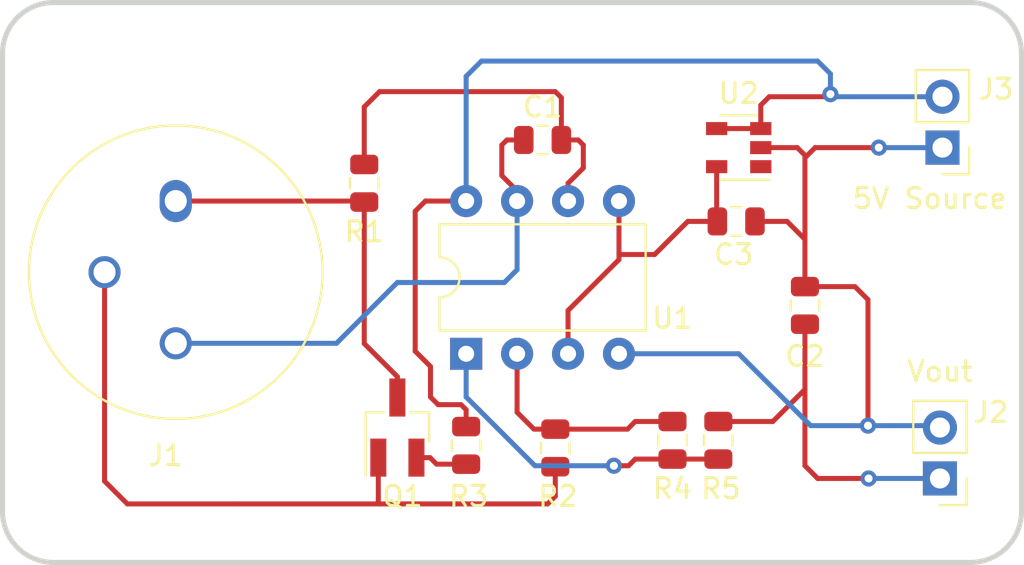
<source format=kicad_pcb>
(kicad_pcb (version 20171130) (host pcbnew 5.1.6-c6e7f7d~87~ubuntu18.04.1)

  (general
    (thickness 1.6)
    (drawings 11)
    (tracks 116)
    (zones 0)
    (modules 14)
    (nets 12)
  )

  (page A4)
  (layers
    (0 F.Cu signal)
    (31 B.Cu signal)
    (32 B.Adhes user)
    (33 F.Adhes user)
    (34 B.Paste user)
    (35 F.Paste user)
    (36 B.SilkS user)
    (37 F.SilkS user)
    (38 B.Mask user)
    (39 F.Mask user)
    (40 Dwgs.User user hide)
    (41 Cmts.User user hide)
    (42 Eco1.User user hide)
    (43 Eco2.User user hide)
    (44 Edge.Cuts user)
    (45 Margin user hide)
    (46 B.CrtYd user hide)
    (47 F.CrtYd user hide)
    (48 B.Fab user hide)
    (49 F.Fab user hide)
  )

  (setup
    (last_trace_width 0.25)
    (trace_clearance 0.2)
    (zone_clearance 0.508)
    (zone_45_only no)
    (trace_min 0.2)
    (via_size 0.8)
    (via_drill 0.4)
    (via_min_size 0.4)
    (via_min_drill 0.3)
    (uvia_size 0.3)
    (uvia_drill 0.1)
    (uvias_allowed no)
    (uvia_min_size 0.2)
    (uvia_min_drill 0.1)
    (edge_width 0.05)
    (segment_width 0.2)
    (pcb_text_width 0.3)
    (pcb_text_size 1.5 1.5)
    (mod_edge_width 0.12)
    (mod_text_size 1 1)
    (mod_text_width 0.15)
    (pad_size 1.524 1.524)
    (pad_drill 0.762)
    (pad_to_mask_clearance 0.05)
    (aux_axis_origin 0 0)
    (visible_elements FFFFFF7F)
    (pcbplotparams
      (layerselection 0x010fc_ffffffff)
      (usegerberextensions false)
      (usegerberattributes true)
      (usegerberadvancedattributes true)
      (creategerberjobfile true)
      (excludeedgelayer false)
      (linewidth 0.100000)
      (plotframeref false)
      (viasonmask false)
      (mode 1)
      (useauxorigin false)
      (hpglpennumber 1)
      (hpglpenspeed 20)
      (hpglpendiameter 15.000000)
      (psnegative false)
      (psa4output false)
      (plotreference true)
      (plotvalue true)
      (plotinvisibletext false)
      (padsonsilk false)
      (subtractmaskfromsilk false)
      (outputformat 1)
      (mirror false)
      (drillshape 0)
      (scaleselection 1)
      (outputdirectory "gerbers"))
  )

  (net 0 "")
  (net 1 "Net-(C1-Pad2)")
  (net 2 "Net-(C2-Pad1)")
  (net 3 5V)
  (net 4 GND)
  (net 5 "Net-(Q1-Pad2)")
  (net 6 "Net-(R2-Pad1)")
  (net 7 "Net-(R4-Pad1)")
  (net 8 Vref)
  (net 9 /counter)
  (net 10 /sense)
  (net 11 /ref)

  (net_class Default "This is the default net class."
    (clearance 0.2)
    (trace_width 0.25)
    (via_dia 0.8)
    (via_drill 0.4)
    (uvia_dia 0.3)
    (uvia_drill 0.1)
    (add_net /counter)
    (add_net /ref)
    (add_net /sense)
    (add_net 5V)
    (add_net GND)
    (add_net "Net-(C1-Pad2)")
    (add_net "Net-(C2-Pad1)")
    (add_net "Net-(Q1-Pad2)")
    (add_net "Net-(R2-Pad1)")
    (add_net "Net-(R4-Pad1)")
    (add_net Vref)
  )

  (module Connector_PinHeader_2.54mm:PinHeader_1x02_P2.54mm_Vertical (layer F.Cu) (tedit 59FED5CC) (tstamp 5FC122AB)
    (at 199.263 70.739 180)
    (descr "Through hole straight pin header, 1x02, 2.54mm pitch, single row")
    (tags "Through hole pin header THT 1x02 2.54mm single row")
    (path /5FC5ACFD)
    (fp_text reference J3 (at -2.667 2.921) (layer F.SilkS)
      (effects (font (size 1 1) (thickness 0.15)))
    )
    (fp_text value power (at 0 4.87) (layer F.Fab)
      (effects (font (size 1 1) (thickness 0.15)))
    )
    (fp_line (start 1.8 -1.8) (end -1.8 -1.8) (layer F.CrtYd) (width 0.05))
    (fp_line (start 1.8 4.35) (end 1.8 -1.8) (layer F.CrtYd) (width 0.05))
    (fp_line (start -1.8 4.35) (end 1.8 4.35) (layer F.CrtYd) (width 0.05))
    (fp_line (start -1.8 -1.8) (end -1.8 4.35) (layer F.CrtYd) (width 0.05))
    (fp_line (start -1.33 -1.33) (end 0 -1.33) (layer F.SilkS) (width 0.12))
    (fp_line (start -1.33 0) (end -1.33 -1.33) (layer F.SilkS) (width 0.12))
    (fp_line (start -1.33 1.27) (end 1.33 1.27) (layer F.SilkS) (width 0.12))
    (fp_line (start 1.33 1.27) (end 1.33 3.87) (layer F.SilkS) (width 0.12))
    (fp_line (start -1.33 1.27) (end -1.33 3.87) (layer F.SilkS) (width 0.12))
    (fp_line (start -1.33 3.87) (end 1.33 3.87) (layer F.SilkS) (width 0.12))
    (fp_line (start -1.27 -0.635) (end -0.635 -1.27) (layer F.Fab) (width 0.1))
    (fp_line (start -1.27 3.81) (end -1.27 -0.635) (layer F.Fab) (width 0.1))
    (fp_line (start 1.27 3.81) (end -1.27 3.81) (layer F.Fab) (width 0.1))
    (fp_line (start 1.27 -1.27) (end 1.27 3.81) (layer F.Fab) (width 0.1))
    (fp_line (start -0.635 -1.27) (end 1.27 -1.27) (layer F.Fab) (width 0.1))
    (fp_text user %R (at 0 1.27 90) (layer F.Fab)
      (effects (font (size 1 1) (thickness 0.15)))
    )
    (pad 2 thru_hole oval (at 0 2.54 180) (size 1.7 1.7) (drill 1) (layers *.Cu *.Mask)
      (net 3 5V))
    (pad 1 thru_hole rect (at 0 0 180) (size 1.7 1.7) (drill 1) (layers *.Cu *.Mask)
      (net 4 GND))
    (model ${KISYS3DMOD}/Connector_PinHeader_2.54mm.3dshapes/PinHeader_1x02_P2.54mm_Vertical.wrl
      (at (xyz 0 0 0))
      (scale (xyz 1 1 1))
      (rotate (xyz 0 0 0))
    )
  )

  (module Connector_PinHeader_2.54mm:PinHeader_1x02_P2.54mm_Vertical (layer F.Cu) (tedit 59FED5CC) (tstamp 5FC1227C)
    (at 199.136 87.249 180)
    (descr "Through hole straight pin header, 1x02, 2.54mm pitch, single row")
    (tags "Through hole pin header THT 1x02 2.54mm single row")
    (path /5FC33F19)
    (fp_text reference J2 (at -2.54 3.302) (layer F.SilkS)
      (effects (font (size 1 1) (thickness 0.15)))
    )
    (fp_text value vout (at 0 4.87) (layer F.Fab)
      (effects (font (size 1 1) (thickness 0.15)))
    )
    (fp_line (start 1.8 -1.8) (end -1.8 -1.8) (layer F.CrtYd) (width 0.05))
    (fp_line (start 1.8 4.35) (end 1.8 -1.8) (layer F.CrtYd) (width 0.05))
    (fp_line (start -1.8 4.35) (end 1.8 4.35) (layer F.CrtYd) (width 0.05))
    (fp_line (start -1.8 -1.8) (end -1.8 4.35) (layer F.CrtYd) (width 0.05))
    (fp_line (start -1.33 -1.33) (end 0 -1.33) (layer F.SilkS) (width 0.12))
    (fp_line (start -1.33 0) (end -1.33 -1.33) (layer F.SilkS) (width 0.12))
    (fp_line (start -1.33 1.27) (end 1.33 1.27) (layer F.SilkS) (width 0.12))
    (fp_line (start 1.33 1.27) (end 1.33 3.87) (layer F.SilkS) (width 0.12))
    (fp_line (start -1.33 1.27) (end -1.33 3.87) (layer F.SilkS) (width 0.12))
    (fp_line (start -1.33 3.87) (end 1.33 3.87) (layer F.SilkS) (width 0.12))
    (fp_line (start -1.27 -0.635) (end -0.635 -1.27) (layer F.Fab) (width 0.1))
    (fp_line (start -1.27 3.81) (end -1.27 -0.635) (layer F.Fab) (width 0.1))
    (fp_line (start 1.27 3.81) (end -1.27 3.81) (layer F.Fab) (width 0.1))
    (fp_line (start 1.27 -1.27) (end 1.27 3.81) (layer F.Fab) (width 0.1))
    (fp_line (start -0.635 -1.27) (end 1.27 -1.27) (layer F.Fab) (width 0.1))
    (fp_text user %R (at 0 1.27 90) (layer F.Fab)
      (effects (font (size 1 1) (thickness 0.15)))
    )
    (pad 2 thru_hole oval (at 0 2.54 180) (size 1.7 1.7) (drill 1) (layers *.Cu *.Mask)
      (net 4 GND))
    (pad 1 thru_hole rect (at 0 0 180) (size 1.7 1.7) (drill 1) (layers *.Cu *.Mask)
      (net 2 "Net-(C2-Pad1)"))
    (model ${KISYS3DMOD}/Connector_PinHeader_2.54mm.3dshapes/PinHeader_1x02_P2.54mm_Vertical.wrl
      (at (xyz 0 0 0))
      (scale (xyz 1 1 1))
      (rotate (xyz 0 0 0))
    )
  )

  (module Package_TO_SOT_THT:TO-8-3_Window (layer F.Cu) (tedit 5A02FF81) (tstamp 5FC1224D)
    (at 161.036 73.406 270)
    (descr "TO-8-3_Window, Window")
    (tags "TO-8-3_Window Window")
    (path /5FC29678)
    (fp_text reference J1 (at 12.7 0.508 180) (layer F.SilkS)
      (effects (font (size 1 1) (thickness 0.15)))
    )
    (fp_text value GS+4NO2 (at 3.55 8.32 90) (layer F.Fab)
      (effects (font (size 1 1) (thickness 0.15)))
    )
    (fp_circle (center 3.55 -0.01) (end 11 -0.01) (layer F.CrtYd) (width 0.05))
    (fp_circle (center 3.55 0) (end 10.87 0) (layer F.SilkS) (width 0.12))
    (fp_circle (center 3.55 0) (end 9.011 0) (layer F.Fab) (width 0.1))
    (fp_circle (center 3.55 0) (end 10.75 0) (layer F.Fab) (width 0.1))
    (fp_circle (center 3.55 0) (end 10.15 0) (layer F.Fab) (width 0.1))
    (fp_line (start -1.307 2.498) (end 1.052 4.857) (layer F.Fab) (width 0.1))
    (fp_line (start -1.686 1.553) (end 1.997 5.236) (layer F.Fab) (width 0.1))
    (fp_line (start -1.849 0.825) (end 2.725 5.399) (layer F.Fab) (width 0.1))
    (fp_line (start -1.908 0.2) (end 3.35 5.458) (layer F.Fab) (width 0.1))
    (fp_line (start -1.9 -0.359) (end 3.909 5.45) (layer F.Fab) (width 0.1))
    (fp_line (start -1.842 -0.867) (end 4.417 5.392) (layer F.Fab) (width 0.1))
    (fp_line (start -1.746 -1.336) (end 4.886 5.296) (layer F.Fab) (width 0.1))
    (fp_line (start -1.616 -1.772) (end 5.322 5.166) (layer F.Fab) (width 0.1))
    (fp_line (start -1.458 -2.18) (end 5.73 5.008) (layer F.Fab) (width 0.1))
    (fp_line (start -1.274 -2.561) (end 6.111 4.824) (layer F.Fab) (width 0.1))
    (fp_line (start -1.066 -2.919) (end 6.469 4.616) (layer F.Fab) (width 0.1))
    (fp_line (start -0.836 -3.255) (end 6.805 4.386) (layer F.Fab) (width 0.1))
    (fp_line (start -0.584 -3.569) (end 7.119 4.134) (layer F.Fab) (width 0.1))
    (fp_line (start -0.312 -3.862) (end 7.412 3.862) (layer F.Fab) (width 0.1))
    (fp_line (start -0.019 -4.134) (end 7.684 3.569) (layer F.Fab) (width 0.1))
    (fp_line (start 0.295 -4.386) (end 7.936 3.255) (layer F.Fab) (width 0.1))
    (fp_line (start 0.631 -4.616) (end 8.166 2.919) (layer F.Fab) (width 0.1))
    (fp_line (start 0.989 -4.824) (end 8.374 2.561) (layer F.Fab) (width 0.1))
    (fp_line (start 1.37 -5.008) (end 8.558 2.18) (layer F.Fab) (width 0.1))
    (fp_line (start 1.778 -5.166) (end 8.716 1.772) (layer F.Fab) (width 0.1))
    (fp_line (start 2.214 -5.296) (end 8.846 1.336) (layer F.Fab) (width 0.1))
    (fp_line (start 2.683 -5.392) (end 8.942 0.867) (layer F.Fab) (width 0.1))
    (fp_line (start 3.191 -5.45) (end 9 0.359) (layer F.Fab) (width 0.1))
    (fp_line (start 3.75 -5.458) (end 9.008 -0.2) (layer F.Fab) (width 0.1))
    (fp_line (start 4.375 -5.399) (end 8.949 -0.825) (layer F.Fab) (width 0.1))
    (fp_line (start 5.103 -5.236) (end 8.786 -1.553) (layer F.Fab) (width 0.1))
    (fp_line (start 6.048 -4.857) (end 8.407 -2.498) (layer F.Fab) (width 0.1))
    (fp_text user %R (at 3.55 -8.32 90) (layer F.Fab)
      (effects (font (size 1 1) (thickness 0.15)))
    )
    (pad 3 thru_hole oval (at 7.1 0 270) (size 1.6 1.6) (drill 1.1) (layers *.Cu *.Mask)
      (net 9 /counter))
    (pad 2 thru_hole oval (at 3.55 3.55 270) (size 1.6 1.6) (drill 1.1) (layers *.Cu *.Mask)
      (net 10 /sense))
    (pad 1 thru_hole oval (at 0 0 270) (size 2.1 1.6) (drill 1.1) (layers *.Cu *.Mask)
      (net 11 /ref))
    (model ${KISYS3DMOD}/Package_TO_SOT_THT.3dshapes/TO-8-3_Window.wrl
      (at (xyz 0 0 0))
      (scale (xyz 1 1 1))
      (rotate (xyz 0 0 0))
    )
  )

  (module Package_TO_SOT_SMD:SOT-23-5 (layer F.Cu) (tedit 5A02FF57) (tstamp 5FC143D3)
    (at 189.103 70.739 180)
    (descr "5-pin SOT23 package")
    (tags SOT-23-5)
    (path /5FC80B7E)
    (attr smd)
    (fp_text reference U2 (at 0 2.706) (layer F.SilkS)
      (effects (font (size 1 1) (thickness 0.15)))
    )
    (fp_text value LM4120-AIM5-3.3/NOPB (at 0 2.9) (layer F.Fab)
      (effects (font (size 1 1) (thickness 0.15)))
    )
    (fp_line (start 0.9 -1.55) (end 0.9 1.55) (layer F.Fab) (width 0.1))
    (fp_line (start 0.9 1.55) (end -0.9 1.55) (layer F.Fab) (width 0.1))
    (fp_line (start -0.9 -0.9) (end -0.9 1.55) (layer F.Fab) (width 0.1))
    (fp_line (start 0.9 -1.55) (end -0.25 -1.55) (layer F.Fab) (width 0.1))
    (fp_line (start -0.9 -0.9) (end -0.25 -1.55) (layer F.Fab) (width 0.1))
    (fp_line (start -1.9 1.8) (end -1.9 -1.8) (layer F.CrtYd) (width 0.05))
    (fp_line (start 1.9 1.8) (end -1.9 1.8) (layer F.CrtYd) (width 0.05))
    (fp_line (start 1.9 -1.8) (end 1.9 1.8) (layer F.CrtYd) (width 0.05))
    (fp_line (start -1.9 -1.8) (end 1.9 -1.8) (layer F.CrtYd) (width 0.05))
    (fp_line (start 0.9 -1.61) (end -1.55 -1.61) (layer F.SilkS) (width 0.12))
    (fp_line (start -0.9 1.61) (end 0.9 1.61) (layer F.SilkS) (width 0.12))
    (fp_text user %R (at 0 0 90) (layer F.Fab)
      (effects (font (size 0.5 0.5) (thickness 0.075)))
    )
    (pad 5 smd rect (at 1.1 -0.95 180) (size 1.06 0.65) (layers F.Cu F.Paste F.Mask)
      (net 8 Vref))
    (pad 4 smd rect (at 1.1 0.95 180) (size 1.06 0.65) (layers F.Cu F.Paste F.Mask)
      (net 3 5V))
    (pad 3 smd rect (at -1.1 0.95 180) (size 1.06 0.65) (layers F.Cu F.Paste F.Mask)
      (net 3 5V))
    (pad 2 smd rect (at -1.1 0 180) (size 1.06 0.65) (layers F.Cu F.Paste F.Mask)
      (net 4 GND))
    (pad 1 smd rect (at -1.1 -0.95 180) (size 1.06 0.65) (layers F.Cu F.Paste F.Mask))
    (model ${KISYS3DMOD}/Package_TO_SOT_SMD.3dshapes/SOT-23-5.wrl
      (at (xyz 0 0 0))
      (scale (xyz 1 1 1))
      (rotate (xyz 0 0 0))
    )
  )

  (module Capacitor_SMD:C_0805_2012Metric (layer F.Cu) (tedit 5B36C52B) (tstamp 5FC141BA)
    (at 188.976 74.422)
    (descr "Capacitor SMD 0805 (2012 Metric), square (rectangular) end terminal, IPC_7351 nominal, (Body size source: https://docs.google.com/spreadsheets/d/1BsfQQcO9C6DZCsRaXUlFlo91Tg2WpOkGARC1WS5S8t0/edit?usp=sharing), generated with kicad-footprint-generator")
    (tags capacitor)
    (path /5FC83255)
    (attr smd)
    (fp_text reference C3 (at -0.127 1.651) (layer F.SilkS)
      (effects (font (size 1 1) (thickness 0.15)))
    )
    (fp_text value 0.022uF (at 0 1.65) (layer F.Fab)
      (effects (font (size 1 1) (thickness 0.15)))
    )
    (fp_line (start 1.68 0.95) (end -1.68 0.95) (layer F.CrtYd) (width 0.05))
    (fp_line (start 1.68 -0.95) (end 1.68 0.95) (layer F.CrtYd) (width 0.05))
    (fp_line (start -1.68 -0.95) (end 1.68 -0.95) (layer F.CrtYd) (width 0.05))
    (fp_line (start -1.68 0.95) (end -1.68 -0.95) (layer F.CrtYd) (width 0.05))
    (fp_line (start -0.258578 0.71) (end 0.258578 0.71) (layer F.SilkS) (width 0.12))
    (fp_line (start -0.258578 -0.71) (end 0.258578 -0.71) (layer F.SilkS) (width 0.12))
    (fp_line (start 1 0.6) (end -1 0.6) (layer F.Fab) (width 0.1))
    (fp_line (start 1 -0.6) (end 1 0.6) (layer F.Fab) (width 0.1))
    (fp_line (start -1 -0.6) (end 1 -0.6) (layer F.Fab) (width 0.1))
    (fp_line (start -1 0.6) (end -1 -0.6) (layer F.Fab) (width 0.1))
    (fp_text user %R (at 0 0) (layer F.Fab)
      (effects (font (size 0.5 0.5) (thickness 0.08)))
    )
    (pad 2 smd roundrect (at 0.9375 0) (size 0.975 1.4) (layers F.Cu F.Paste F.Mask) (roundrect_rratio 0.25)
      (net 4 GND))
    (pad 1 smd roundrect (at -0.9375 0) (size 0.975 1.4) (layers F.Cu F.Paste F.Mask) (roundrect_rratio 0.25)
      (net 8 Vref))
    (model ${KISYS3DMOD}/Capacitor_SMD.3dshapes/C_0805_2012Metric.wrl
      (at (xyz 0 0 0))
      (scale (xyz 1 1 1))
      (rotate (xyz 0 0 0))
    )
  )

  (module Package_DIP:DIP-8_W7.62mm (layer F.Cu) (tedit 5A02E8C5) (tstamp 5FC12331)
    (at 175.514 81.026 90)
    (descr "8-lead though-hole mounted DIP package, row spacing 7.62 mm (300 mils)")
    (tags "THT DIP DIL PDIP 2.54mm 7.62mm 300mil")
    (path /5FC0F41A)
    (fp_text reference U1 (at 1.778 10.287 180) (layer F.SilkS)
      (effects (font (size 1 1) (thickness 0.15)))
    )
    (fp_text value TLC2252AIP (at 3.81 9.95 90) (layer F.Fab)
      (effects (font (size 1 1) (thickness 0.15)))
    )
    (fp_line (start 8.7 -1.55) (end -1.1 -1.55) (layer F.CrtYd) (width 0.05))
    (fp_line (start 8.7 9.15) (end 8.7 -1.55) (layer F.CrtYd) (width 0.05))
    (fp_line (start -1.1 9.15) (end 8.7 9.15) (layer F.CrtYd) (width 0.05))
    (fp_line (start -1.1 -1.55) (end -1.1 9.15) (layer F.CrtYd) (width 0.05))
    (fp_line (start 6.46 -1.33) (end 4.81 -1.33) (layer F.SilkS) (width 0.12))
    (fp_line (start 6.46 8.95) (end 6.46 -1.33) (layer F.SilkS) (width 0.12))
    (fp_line (start 1.16 8.95) (end 6.46 8.95) (layer F.SilkS) (width 0.12))
    (fp_line (start 1.16 -1.33) (end 1.16 8.95) (layer F.SilkS) (width 0.12))
    (fp_line (start 2.81 -1.33) (end 1.16 -1.33) (layer F.SilkS) (width 0.12))
    (fp_line (start 0.635 -0.27) (end 1.635 -1.27) (layer F.Fab) (width 0.1))
    (fp_line (start 0.635 8.89) (end 0.635 -0.27) (layer F.Fab) (width 0.1))
    (fp_line (start 6.985 8.89) (end 0.635 8.89) (layer F.Fab) (width 0.1))
    (fp_line (start 6.985 -1.27) (end 6.985 8.89) (layer F.Fab) (width 0.1))
    (fp_line (start 1.635 -1.27) (end 6.985 -1.27) (layer F.Fab) (width 0.1))
    (fp_text user %R (at 3.81 3.81 90) (layer F.Fab)
      (effects (font (size 1 1) (thickness 0.15)))
    )
    (fp_arc (start 3.81 -1.33) (end 2.81 -1.33) (angle -180) (layer F.SilkS) (width 0.12))
    (pad 8 thru_hole oval (at 7.62 0 90) (size 1.6 1.6) (drill 0.8) (layers *.Cu *.Mask)
      (net 3 5V))
    (pad 4 thru_hole oval (at 0 7.62 90) (size 1.6 1.6) (drill 0.8) (layers *.Cu *.Mask)
      (net 4 GND))
    (pad 7 thru_hole oval (at 7.62 2.54 90) (size 1.6 1.6) (drill 0.8) (layers *.Cu *.Mask)
      (net 9 /counter))
    (pad 3 thru_hole oval (at 0 5.08 90) (size 1.6 1.6) (drill 0.8) (layers *.Cu *.Mask)
      (net 8 Vref))
    (pad 6 thru_hole oval (at 7.62 5.08 90) (size 1.6 1.6) (drill 0.8) (layers *.Cu *.Mask)
      (net 1 "Net-(C1-Pad2)"))
    (pad 2 thru_hole oval (at 0 2.54 90) (size 1.6 1.6) (drill 0.8) (layers *.Cu *.Mask)
      (net 6 "Net-(R2-Pad1)"))
    (pad 5 thru_hole oval (at 7.62 7.62 90) (size 1.6 1.6) (drill 0.8) (layers *.Cu *.Mask)
      (net 8 Vref))
    (pad 1 thru_hole rect (at 0 0 90) (size 1.6 1.6) (drill 0.8) (layers *.Cu *.Mask)
      (net 7 "Net-(R4-Pad1)"))
    (model ${KISYS3DMOD}/Package_DIP.3dshapes/DIP-8_W7.62mm.wrl
      (at (xyz 0 0 0))
      (scale (xyz 1 1 1))
      (rotate (xyz 0 0 0))
    )
  )

  (module Resistor_SMD:R_0805_2012Metric (layer F.Cu) (tedit 5B36C52B) (tstamp 5FC12315)
    (at 188.087 85.344 270)
    (descr "Resistor SMD 0805 (2012 Metric), square (rectangular) end terminal, IPC_7351 nominal, (Body size source: https://docs.google.com/spreadsheets/d/1BsfQQcO9C6DZCsRaXUlFlo91Tg2WpOkGARC1WS5S8t0/edit?usp=sharing), generated with kicad-footprint-generator")
    (tags resistor)
    (path /5FC31F6D)
    (attr smd)
    (fp_text reference R5 (at 2.413 -0.127 180) (layer F.SilkS)
      (effects (font (size 1 1) (thickness 0.15)))
    )
    (fp_text value 50K (at 0 1.65 90) (layer F.Fab)
      (effects (font (size 1 1) (thickness 0.15)))
    )
    (fp_line (start 1.68 0.95) (end -1.68 0.95) (layer F.CrtYd) (width 0.05))
    (fp_line (start 1.68 -0.95) (end 1.68 0.95) (layer F.CrtYd) (width 0.05))
    (fp_line (start -1.68 -0.95) (end 1.68 -0.95) (layer F.CrtYd) (width 0.05))
    (fp_line (start -1.68 0.95) (end -1.68 -0.95) (layer F.CrtYd) (width 0.05))
    (fp_line (start -0.258578 0.71) (end 0.258578 0.71) (layer F.SilkS) (width 0.12))
    (fp_line (start -0.258578 -0.71) (end 0.258578 -0.71) (layer F.SilkS) (width 0.12))
    (fp_line (start 1 0.6) (end -1 0.6) (layer F.Fab) (width 0.1))
    (fp_line (start 1 -0.6) (end 1 0.6) (layer F.Fab) (width 0.1))
    (fp_line (start -1 -0.6) (end 1 -0.6) (layer F.Fab) (width 0.1))
    (fp_line (start -1 0.6) (end -1 -0.6) (layer F.Fab) (width 0.1))
    (fp_text user %R (at 0 0 90) (layer F.Fab)
      (effects (font (size 0.5 0.5) (thickness 0.08)))
    )
    (pad 2 smd roundrect (at 0.9375 0 270) (size 0.975 1.4) (layers F.Cu F.Paste F.Mask) (roundrect_rratio 0.25)
      (net 7 "Net-(R4-Pad1)"))
    (pad 1 smd roundrect (at -0.9375 0 270) (size 0.975 1.4) (layers F.Cu F.Paste F.Mask) (roundrect_rratio 0.25)
      (net 2 "Net-(C2-Pad1)"))
    (model ${KISYS3DMOD}/Resistor_SMD.3dshapes/R_0805_2012Metric.wrl
      (at (xyz 0 0 0))
      (scale (xyz 1 1 1))
      (rotate (xyz 0 0 0))
    )
  )

  (module Resistor_SMD:R_0805_2012Metric (layer F.Cu) (tedit 5B36C52B) (tstamp 5FC12304)
    (at 185.801 85.344 90)
    (descr "Resistor SMD 0805 (2012 Metric), square (rectangular) end terminal, IPC_7351 nominal, (Body size source: https://docs.google.com/spreadsheets/d/1BsfQQcO9C6DZCsRaXUlFlo91Tg2WpOkGARC1WS5S8t0/edit?usp=sharing), generated with kicad-footprint-generator")
    (tags resistor)
    (path /5FC32340)
    (attr smd)
    (fp_text reference R4 (at -2.413 0 180) (layer F.SilkS)
      (effects (font (size 1 1) (thickness 0.15)))
    )
    (fp_text value 12K (at 0 1.65 90) (layer F.Fab)
      (effects (font (size 1 1) (thickness 0.15)))
    )
    (fp_line (start 1.68 0.95) (end -1.68 0.95) (layer F.CrtYd) (width 0.05))
    (fp_line (start 1.68 -0.95) (end 1.68 0.95) (layer F.CrtYd) (width 0.05))
    (fp_line (start -1.68 -0.95) (end 1.68 -0.95) (layer F.CrtYd) (width 0.05))
    (fp_line (start -1.68 0.95) (end -1.68 -0.95) (layer F.CrtYd) (width 0.05))
    (fp_line (start -0.258578 0.71) (end 0.258578 0.71) (layer F.SilkS) (width 0.12))
    (fp_line (start -0.258578 -0.71) (end 0.258578 -0.71) (layer F.SilkS) (width 0.12))
    (fp_line (start 1 0.6) (end -1 0.6) (layer F.Fab) (width 0.1))
    (fp_line (start 1 -0.6) (end 1 0.6) (layer F.Fab) (width 0.1))
    (fp_line (start -1 -0.6) (end 1 -0.6) (layer F.Fab) (width 0.1))
    (fp_line (start -1 0.6) (end -1 -0.6) (layer F.Fab) (width 0.1))
    (fp_text user %R (at 0 0 90) (layer F.Fab)
      (effects (font (size 0.5 0.5) (thickness 0.08)))
    )
    (pad 2 smd roundrect (at 0.9375 0 90) (size 0.975 1.4) (layers F.Cu F.Paste F.Mask) (roundrect_rratio 0.25)
      (net 6 "Net-(R2-Pad1)"))
    (pad 1 smd roundrect (at -0.9375 0 90) (size 0.975 1.4) (layers F.Cu F.Paste F.Mask) (roundrect_rratio 0.25)
      (net 7 "Net-(R4-Pad1)"))
    (model ${KISYS3DMOD}/Resistor_SMD.3dshapes/R_0805_2012Metric.wrl
      (at (xyz 0 0 0))
      (scale (xyz 1 1 1))
      (rotate (xyz 0 0 0))
    )
  )

  (module Resistor_SMD:R_0805_2012Metric (layer F.Cu) (tedit 5B36C52B) (tstamp 5FC122F3)
    (at 175.514 85.598 270)
    (descr "Resistor SMD 0805 (2012 Metric), square (rectangular) end terminal, IPC_7351 nominal, (Body size source: https://docs.google.com/spreadsheets/d/1BsfQQcO9C6DZCsRaXUlFlo91Tg2WpOkGARC1WS5S8t0/edit?usp=sharing), generated with kicad-footprint-generator")
    (tags resistor)
    (path /5FC30163)
    (attr smd)
    (fp_text reference R3 (at 2.54 -0.127 180) (layer F.SilkS)
      (effects (font (size 1 1) (thickness 0.15)))
    )
    (fp_text value 1M (at 0 1.65 90) (layer F.Fab)
      (effects (font (size 1 1) (thickness 0.15)))
    )
    (fp_line (start 1.68 0.95) (end -1.68 0.95) (layer F.CrtYd) (width 0.05))
    (fp_line (start 1.68 -0.95) (end 1.68 0.95) (layer F.CrtYd) (width 0.05))
    (fp_line (start -1.68 -0.95) (end 1.68 -0.95) (layer F.CrtYd) (width 0.05))
    (fp_line (start -1.68 0.95) (end -1.68 -0.95) (layer F.CrtYd) (width 0.05))
    (fp_line (start -0.258578 0.71) (end 0.258578 0.71) (layer F.SilkS) (width 0.12))
    (fp_line (start -0.258578 -0.71) (end 0.258578 -0.71) (layer F.SilkS) (width 0.12))
    (fp_line (start 1 0.6) (end -1 0.6) (layer F.Fab) (width 0.1))
    (fp_line (start 1 -0.6) (end 1 0.6) (layer F.Fab) (width 0.1))
    (fp_line (start -1 -0.6) (end 1 -0.6) (layer F.Fab) (width 0.1))
    (fp_line (start -1 0.6) (end -1 -0.6) (layer F.Fab) (width 0.1))
    (fp_text user %R (at 0 0 90) (layer F.Fab)
      (effects (font (size 0.5 0.5) (thickness 0.08)))
    )
    (pad 2 smd roundrect (at 0.9375 0 270) (size 0.975 1.4) (layers F.Cu F.Paste F.Mask) (roundrect_rratio 0.25)
      (net 5 "Net-(Q1-Pad2)"))
    (pad 1 smd roundrect (at -0.9375 0 270) (size 0.975 1.4) (layers F.Cu F.Paste F.Mask) (roundrect_rratio 0.25)
      (net 3 5V))
    (model ${KISYS3DMOD}/Resistor_SMD.3dshapes/R_0805_2012Metric.wrl
      (at (xyz 0 0 0))
      (scale (xyz 1 1 1))
      (rotate (xyz 0 0 0))
    )
  )

  (module Resistor_SMD:R_0805_2012Metric (layer F.Cu) (tedit 5B36C52B) (tstamp 5FC122E2)
    (at 179.959 85.725 270)
    (descr "Resistor SMD 0805 (2012 Metric), square (rectangular) end terminal, IPC_7351 nominal, (Body size source: https://docs.google.com/spreadsheets/d/1BsfQQcO9C6DZCsRaXUlFlo91Tg2WpOkGARC1WS5S8t0/edit?usp=sharing), generated with kicad-footprint-generator")
    (tags resistor)
    (path /5FC31B6D)
    (attr smd)
    (fp_text reference R2 (at 2.413 -0.127 180) (layer F.SilkS)
      (effects (font (size 1 1) (thickness 0.15)))
    )
    (fp_text value 20 (at 0 1.65 90) (layer F.Fab)
      (effects (font (size 1 1) (thickness 0.15)))
    )
    (fp_line (start 1.68 0.95) (end -1.68 0.95) (layer F.CrtYd) (width 0.05))
    (fp_line (start 1.68 -0.95) (end 1.68 0.95) (layer F.CrtYd) (width 0.05))
    (fp_line (start -1.68 -0.95) (end 1.68 -0.95) (layer F.CrtYd) (width 0.05))
    (fp_line (start -1.68 0.95) (end -1.68 -0.95) (layer F.CrtYd) (width 0.05))
    (fp_line (start -0.258578 0.71) (end 0.258578 0.71) (layer F.SilkS) (width 0.12))
    (fp_line (start -0.258578 -0.71) (end 0.258578 -0.71) (layer F.SilkS) (width 0.12))
    (fp_line (start 1 0.6) (end -1 0.6) (layer F.Fab) (width 0.1))
    (fp_line (start 1 -0.6) (end 1 0.6) (layer F.Fab) (width 0.1))
    (fp_line (start -1 -0.6) (end 1 -0.6) (layer F.Fab) (width 0.1))
    (fp_line (start -1 0.6) (end -1 -0.6) (layer F.Fab) (width 0.1))
    (fp_text user %R (at 0 0 90) (layer F.Fab)
      (effects (font (size 0.5 0.5) (thickness 0.08)))
    )
    (pad 2 smd roundrect (at 0.9375 0 270) (size 0.975 1.4) (layers F.Cu F.Paste F.Mask) (roundrect_rratio 0.25)
      (net 10 /sense))
    (pad 1 smd roundrect (at -0.9375 0 270) (size 0.975 1.4) (layers F.Cu F.Paste F.Mask) (roundrect_rratio 0.25)
      (net 6 "Net-(R2-Pad1)"))
    (model ${KISYS3DMOD}/Resistor_SMD.3dshapes/R_0805_2012Metric.wrl
      (at (xyz 0 0 0))
      (scale (xyz 1 1 1))
      (rotate (xyz 0 0 0))
    )
  )

  (module Resistor_SMD:R_0805_2012Metric (layer F.Cu) (tedit 5B36C52B) (tstamp 5FC122D1)
    (at 170.434 72.517 270)
    (descr "Resistor SMD 0805 (2012 Metric), square (rectangular) end terminal, IPC_7351 nominal, (Body size source: https://docs.google.com/spreadsheets/d/1BsfQQcO9C6DZCsRaXUlFlo91Tg2WpOkGARC1WS5S8t0/edit?usp=sharing), generated with kicad-footprint-generator")
    (tags resistor)
    (path /5FC2ABD1)
    (attr smd)
    (fp_text reference R1 (at 2.413 0 180) (layer F.SilkS)
      (effects (font (size 1 1) (thickness 0.15)))
    )
    (fp_text value 10K (at 0 1.65 90) (layer F.Fab)
      (effects (font (size 1 1) (thickness 0.15)))
    )
    (fp_line (start 1.68 0.95) (end -1.68 0.95) (layer F.CrtYd) (width 0.05))
    (fp_line (start 1.68 -0.95) (end 1.68 0.95) (layer F.CrtYd) (width 0.05))
    (fp_line (start -1.68 -0.95) (end 1.68 -0.95) (layer F.CrtYd) (width 0.05))
    (fp_line (start -1.68 0.95) (end -1.68 -0.95) (layer F.CrtYd) (width 0.05))
    (fp_line (start -0.258578 0.71) (end 0.258578 0.71) (layer F.SilkS) (width 0.12))
    (fp_line (start -0.258578 -0.71) (end 0.258578 -0.71) (layer F.SilkS) (width 0.12))
    (fp_line (start 1 0.6) (end -1 0.6) (layer F.Fab) (width 0.1))
    (fp_line (start 1 -0.6) (end 1 0.6) (layer F.Fab) (width 0.1))
    (fp_line (start -1 -0.6) (end 1 -0.6) (layer F.Fab) (width 0.1))
    (fp_line (start -1 0.6) (end -1 -0.6) (layer F.Fab) (width 0.1))
    (fp_text user %R (at 0 0 90) (layer F.Fab)
      (effects (font (size 0.5 0.5) (thickness 0.08)))
    )
    (pad 2 smd roundrect (at 0.9375 0 270) (size 0.975 1.4) (layers F.Cu F.Paste F.Mask) (roundrect_rratio 0.25)
      (net 11 /ref))
    (pad 1 smd roundrect (at -0.9375 0 270) (size 0.975 1.4) (layers F.Cu F.Paste F.Mask) (roundrect_rratio 0.25)
      (net 1 "Net-(C1-Pad2)"))
    (model ${KISYS3DMOD}/Resistor_SMD.3dshapes/R_0805_2012Metric.wrl
      (at (xyz 0 0 0))
      (scale (xyz 1 1 1))
      (rotate (xyz 0 0 0))
    )
  )

  (module Package_TO_SOT_SMD:SOT-23_Handsoldering (layer F.Cu) (tedit 5A0AB76C) (tstamp 5FC122C0)
    (at 172.085 84.709 90)
    (descr "SOT-23, Handsoldering")
    (tags SOT-23)
    (path /5FC2EAC1)
    (attr smd)
    (fp_text reference Q1 (at -3.429 0.254 180) (layer F.SilkS)
      (effects (font (size 1 1) (thickness 0.15)))
    )
    (fp_text value J117 (at 0 2.5 90) (layer F.Fab)
      (effects (font (size 1 1) (thickness 0.15)))
    )
    (fp_line (start 0.76 1.58) (end -0.7 1.58) (layer F.SilkS) (width 0.12))
    (fp_line (start -0.7 1.52) (end 0.7 1.52) (layer F.Fab) (width 0.1))
    (fp_line (start 0.7 -1.52) (end 0.7 1.52) (layer F.Fab) (width 0.1))
    (fp_line (start -0.7 -0.95) (end -0.15 -1.52) (layer F.Fab) (width 0.1))
    (fp_line (start -0.15 -1.52) (end 0.7 -1.52) (layer F.Fab) (width 0.1))
    (fp_line (start -0.7 -0.95) (end -0.7 1.5) (layer F.Fab) (width 0.1))
    (fp_line (start 0.76 -1.58) (end -2.4 -1.58) (layer F.SilkS) (width 0.12))
    (fp_line (start -2.7 1.75) (end -2.7 -1.75) (layer F.CrtYd) (width 0.05))
    (fp_line (start 2.7 1.75) (end -2.7 1.75) (layer F.CrtYd) (width 0.05))
    (fp_line (start 2.7 -1.75) (end 2.7 1.75) (layer F.CrtYd) (width 0.05))
    (fp_line (start -2.7 -1.75) (end 2.7 -1.75) (layer F.CrtYd) (width 0.05))
    (fp_line (start 0.76 -1.58) (end 0.76 -0.65) (layer F.SilkS) (width 0.12))
    (fp_line (start 0.76 1.58) (end 0.76 0.65) (layer F.SilkS) (width 0.12))
    (fp_text user %R (at 0 0) (layer F.Fab)
      (effects (font (size 0.5 0.5) (thickness 0.075)))
    )
    (pad 3 smd rect (at 1.5 0 90) (size 1.9 0.8) (layers F.Cu F.Paste F.Mask)
      (net 11 /ref))
    (pad 2 smd rect (at -1.5 0.95 90) (size 1.9 0.8) (layers F.Cu F.Paste F.Mask)
      (net 5 "Net-(Q1-Pad2)"))
    (pad 1 smd rect (at -1.5 -0.95 90) (size 1.9 0.8) (layers F.Cu F.Paste F.Mask)
      (net 10 /sense))
    (model ${KISYS3DMOD}/Package_TO_SOT_SMD.3dshapes/SOT-23.wrl
      (at (xyz 0 0 0))
      (scale (xyz 1 1 1))
      (rotate (xyz 0 0 0))
    )
  )

  (module Capacitor_SMD:C_0805_2012Metric (layer F.Cu) (tedit 5B36C52B) (tstamp 5FC13229)
    (at 192.405 78.613 90)
    (descr "Capacitor SMD 0805 (2012 Metric), square (rectangular) end terminal, IPC_7351 nominal, (Body size source: https://docs.google.com/spreadsheets/d/1BsfQQcO9C6DZCsRaXUlFlo91Tg2WpOkGARC1WS5S8t0/edit?usp=sharing), generated with kicad-footprint-generator")
    (tags capacitor)
    (path /5FC34287)
    (attr smd)
    (fp_text reference C2 (at -2.54 0 180) (layer F.SilkS)
      (effects (font (size 1 1) (thickness 0.15)))
    )
    (fp_text value 0.1uF (at 0 1.65 90) (layer F.Fab)
      (effects (font (size 1 1) (thickness 0.15)))
    )
    (fp_line (start 1.68 0.95) (end -1.68 0.95) (layer F.CrtYd) (width 0.05))
    (fp_line (start 1.68 -0.95) (end 1.68 0.95) (layer F.CrtYd) (width 0.05))
    (fp_line (start -1.68 -0.95) (end 1.68 -0.95) (layer F.CrtYd) (width 0.05))
    (fp_line (start -1.68 0.95) (end -1.68 -0.95) (layer F.CrtYd) (width 0.05))
    (fp_line (start -0.258578 0.71) (end 0.258578 0.71) (layer F.SilkS) (width 0.12))
    (fp_line (start -0.258578 -0.71) (end 0.258578 -0.71) (layer F.SilkS) (width 0.12))
    (fp_line (start 1 0.6) (end -1 0.6) (layer F.Fab) (width 0.1))
    (fp_line (start 1 -0.6) (end 1 0.6) (layer F.Fab) (width 0.1))
    (fp_line (start -1 -0.6) (end 1 -0.6) (layer F.Fab) (width 0.1))
    (fp_line (start -1 0.6) (end -1 -0.6) (layer F.Fab) (width 0.1))
    (fp_text user %R (at 0 0 90) (layer F.Fab)
      (effects (font (size 0.5 0.5) (thickness 0.08)))
    )
    (pad 2 smd roundrect (at 0.9375 0 90) (size 0.975 1.4) (layers F.Cu F.Paste F.Mask) (roundrect_rratio 0.25)
      (net 4 GND))
    (pad 1 smd roundrect (at -0.9375 0 90) (size 0.975 1.4) (layers F.Cu F.Paste F.Mask) (roundrect_rratio 0.25)
      (net 2 "Net-(C2-Pad1)"))
    (model ${KISYS3DMOD}/Capacitor_SMD.3dshapes/C_0805_2012Metric.wrl
      (at (xyz 0 0 0))
      (scale (xyz 1 1 1))
      (rotate (xyz 0 0 0))
    )
  )

  (module Capacitor_SMD:C_0805_2012Metric (layer F.Cu) (tedit 5B36C52B) (tstamp 5FC12214)
    (at 179.324 70.358)
    (descr "Capacitor SMD 0805 (2012 Metric), square (rectangular) end terminal, IPC_7351 nominal, (Body size source: https://docs.google.com/spreadsheets/d/1BsfQQcO9C6DZCsRaXUlFlo91Tg2WpOkGARC1WS5S8t0/edit?usp=sharing), generated with kicad-footprint-generator")
    (tags capacitor)
    (path /5FC2CB0A)
    (attr smd)
    (fp_text reference C1 (at 0 -1.65) (layer F.SilkS)
      (effects (font (size 1 1) (thickness 0.15)))
    )
    (fp_text value 0.1uF (at 0 1.65) (layer F.Fab)
      (effects (font (size 1 1) (thickness 0.15)))
    )
    (fp_line (start 1.68 0.95) (end -1.68 0.95) (layer F.CrtYd) (width 0.05))
    (fp_line (start 1.68 -0.95) (end 1.68 0.95) (layer F.CrtYd) (width 0.05))
    (fp_line (start -1.68 -0.95) (end 1.68 -0.95) (layer F.CrtYd) (width 0.05))
    (fp_line (start -1.68 0.95) (end -1.68 -0.95) (layer F.CrtYd) (width 0.05))
    (fp_line (start -0.258578 0.71) (end 0.258578 0.71) (layer F.SilkS) (width 0.12))
    (fp_line (start -0.258578 -0.71) (end 0.258578 -0.71) (layer F.SilkS) (width 0.12))
    (fp_line (start 1 0.6) (end -1 0.6) (layer F.Fab) (width 0.1))
    (fp_line (start 1 -0.6) (end 1 0.6) (layer F.Fab) (width 0.1))
    (fp_line (start -1 -0.6) (end 1 -0.6) (layer F.Fab) (width 0.1))
    (fp_line (start -1 0.6) (end -1 -0.6) (layer F.Fab) (width 0.1))
    (fp_text user %R (at 0 0) (layer F.Fab)
      (effects (font (size 0.5 0.5) (thickness 0.08)))
    )
    (pad 2 smd roundrect (at 0.9375 0) (size 0.975 1.4) (layers F.Cu F.Paste F.Mask) (roundrect_rratio 0.25)
      (net 1 "Net-(C1-Pad2)"))
    (pad 1 smd roundrect (at -0.9375 0) (size 0.975 1.4) (layers F.Cu F.Paste F.Mask) (roundrect_rratio 0.25)
      (net 9 /counter))
    (model ${KISYS3DMOD}/Capacitor_SMD.3dshapes/C_0805_2012Metric.wrl
      (at (xyz 0 0 0))
      (scale (xyz 1 1 1))
      (rotate (xyz 0 0 0))
    )
  )

  (gr_arc (start 154.94 88.9) (end 152.4 88.9) (angle -90) (layer Edge.Cuts) (width 0.254))
  (gr_arc (start 154.94 66.04) (end 154.94 63.5) (angle -90) (layer Edge.Cuts) (width 0.254))
  (gr_arc (start 200.66 66.04) (end 203.2 66.04) (angle -90) (layer Edge.Cuts) (width 0.254))
  (gr_arc (start 200.66 88.9) (end 200.66 91.44) (angle -90) (layer Edge.Cuts) (width 0.254))
  (gr_circle (center 200.66 88.9) (end 203.2 88.9) (layer Dwgs.User) (width 0.15))
  (gr_text Vout (at 199.136 81.915) (layer F.SilkS)
    (effects (font (size 1 1) (thickness 0.15)))
  )
  (gr_text "5V Source" (at 198.628 73.279) (layer F.SilkS)
    (effects (font (size 1 1) (thickness 0.15)))
  )
  (gr_line (start 152.4 88.9) (end 152.4 66.04) (layer Edge.Cuts) (width 0.254) (tstamp 5FC12455))
  (gr_line (start 200.66 91.44) (end 154.94 91.44) (layer Edge.Cuts) (width 0.254))
  (gr_line (start 203.2 66.04) (end 203.2 88.9) (layer Edge.Cuts) (width 0.25))
  (gr_line (start 154.94 63.5) (end 200.66 63.5) (layer Edge.Cuts) (width 0.254))

  (segment (start 170.434 71.5795) (end 170.434 68.707) (width 0.25) (layer F.Cu) (net 1))
  (segment (start 170.434 68.707) (end 171.196 67.945) (width 0.25) (layer F.Cu) (net 1))
  (segment (start 171.196 67.945) (end 179.959 67.945) (width 0.25) (layer F.Cu) (net 1))
  (segment (start 180.2615 68.2475) (end 180.2615 70.358) (width 0.25) (layer F.Cu) (net 1))
  (segment (start 179.959 67.945) (end 180.2615 68.2475) (width 0.25) (layer F.Cu) (net 1))
  (segment (start 180.594 72.517) (end 180.594 73.406) (width 0.25) (layer F.Cu) (net 1))
  (segment (start 181.356 71.755) (end 180.594 72.517) (width 0.25) (layer F.Cu) (net 1))
  (segment (start 181.356 70.612) (end 181.356 71.755) (width 0.25) (layer F.Cu) (net 1))
  (segment (start 181.102 70.358) (end 181.356 70.612) (width 0.25) (layer F.Cu) (net 1))
  (segment (start 180.2615 70.358) (end 181.102 70.358) (width 0.25) (layer F.Cu) (net 1))
  (segment (start 192.4835 79.629) (end 192.405 79.5505) (width 0.25) (layer F.Cu) (net 2))
  (segment (start 192.405 79.5505) (end 192.405 82.804) (width 0.25) (layer F.Cu) (net 2))
  (segment (start 190.8025 84.4065) (end 188.087 84.4065) (width 0.25) (layer F.Cu) (net 2))
  (segment (start 192.405 82.804) (end 190.8025 84.4065) (width 0.25) (layer F.Cu) (net 2))
  (segment (start 192.405 85.598) (end 192.405 82.804) (width 0.25) (layer F.Cu) (net 2))
  (segment (start 192.405 86.614) (end 192.405 85.598) (width 0.25) (layer F.Cu) (net 2))
  (segment (start 193.04 87.249) (end 192.405 86.614) (width 0.25) (layer F.Cu) (net 2))
  (via (at 195.58 87.249) (size 0.8) (drill 0.4) (layers F.Cu B.Cu) (net 2))
  (segment (start 193.04 87.249) (end 195.58 87.249) (width 0.25) (layer F.Cu) (net 2))
  (segment (start 195.58 87.249) (end 199.136 87.249) (width 0.25) (layer B.Cu) (net 2))
  (segment (start 188.003 69.789) (end 190.203 69.789) (width 0.25) (layer F.Cu) (net 3))
  (segment (start 175.26 83.566) (end 175.514 83.82) (width 0.25) (layer F.Cu) (net 3))
  (segment (start 173.736 83.185) (end 174.117 83.566) (width 0.25) (layer F.Cu) (net 3))
  (segment (start 175.514 83.82) (end 175.514 84.6605) (width 0.25) (layer F.Cu) (net 3))
  (segment (start 173.736 81.661) (end 173.736 83.185) (width 0.25) (layer F.Cu) (net 3))
  (segment (start 172.974 80.899) (end 173.736 81.661) (width 0.25) (layer F.Cu) (net 3))
  (segment (start 174.117 83.566) (end 175.26 83.566) (width 0.25) (layer F.Cu) (net 3))
  (segment (start 172.974 73.914) (end 172.974 80.899) (width 0.25) (layer F.Cu) (net 3))
  (segment (start 173.482 73.406) (end 172.974 73.914) (width 0.25) (layer F.Cu) (net 3))
  (segment (start 175.514 73.406) (end 173.482 73.406) (width 0.25) (layer F.Cu) (net 3))
  (via (at 193.675 68.072) (size 0.8) (drill 0.4) (layers F.Cu B.Cu) (net 3))
  (segment (start 193.802 68.199) (end 193.675 68.072) (width 0.25) (layer B.Cu) (net 3))
  (segment (start 199.263 68.199) (end 193.802 68.199) (width 0.25) (layer B.Cu) (net 3))
  (segment (start 190.203 68.623) (end 190.203 69.789) (width 0.25) (layer F.Cu) (net 3))
  (segment (start 190.627 68.199) (end 190.203 68.623) (width 0.25) (layer F.Cu) (net 3))
  (segment (start 193.548 68.199) (end 190.627 68.199) (width 0.25) (layer F.Cu) (net 3))
  (segment (start 193.675 68.072) (end 193.548 68.199) (width 0.25) (layer F.Cu) (net 3))
  (segment (start 193.675 67.056) (end 193.675 68.072) (width 0.25) (layer B.Cu) (net 3))
  (segment (start 193.04 66.421) (end 193.675 67.056) (width 0.25) (layer B.Cu) (net 3))
  (segment (start 176.276 66.421) (end 193.04 66.421) (width 0.25) (layer B.Cu) (net 3))
  (segment (start 175.514 67.183) (end 176.276 66.421) (width 0.25) (layer B.Cu) (net 3))
  (segment (start 175.514 73.406) (end 175.514 67.183) (width 0.25) (layer B.Cu) (net 3))
  (segment (start 192.405 77.6755) (end 192.405 75.311) (width 0.25) (layer F.Cu) (net 4))
  (segment (start 191.516 74.422) (end 189.9135 74.422) (width 0.25) (layer F.Cu) (net 4))
  (segment (start 192.3415 75.2475) (end 191.516 74.422) (width 0.25) (layer F.Cu) (net 4))
  (segment (start 192.405 75.311) (end 192.3415 75.2475) (width 0.25) (layer F.Cu) (net 4))
  (segment (start 190.203 70.739) (end 192.024 70.739) (width 0.25) (layer F.Cu) (net 4))
  (segment (start 192.024 70.739) (end 192.405 71.12) (width 0.25) (layer F.Cu) (net 4))
  (segment (start 199.041 84.614) (end 199.136 84.709) (width 0.25) (layer B.Cu) (net 4))
  (segment (start 196.564 84.614) (end 199.041 84.614) (width 0.25) (layer B.Cu) (net 4))
  (segment (start 196.564 84.614) (end 196.723 84.614) (width 0.25) (layer B.Cu) (net 4))
  (via (at 195.548 84.614) (size 0.8) (drill 0.4) (layers F.Cu B.Cu) (net 4))
  (segment (start 195.548 84.614) (end 196.564 84.614) (width 0.25) (layer B.Cu) (net 4))
  (via (at 196.088 70.739) (size 0.8) (drill 0.4) (layers F.Cu B.Cu) (net 4))
  (segment (start 199.263 70.739) (end 196.088 70.739) (width 0.25) (layer B.Cu) (net 4))
  (segment (start 196.088 70.739) (end 192.913 70.739) (width 0.25) (layer F.Cu) (net 4))
  (segment (start 192.913 70.739) (end 192.405 71.247) (width 0.25) (layer F.Cu) (net 4))
  (segment (start 192.405 71.247) (end 192.405 75.311) (width 0.25) (layer F.Cu) (net 4))
  (segment (start 192.405 71.12) (end 192.405 71.247) (width 0.25) (layer F.Cu) (net 4))
  (segment (start 192.691 84.614) (end 195.548 84.614) (width 0.25) (layer B.Cu) (net 4))
  (segment (start 189.103 81.026) (end 192.691 84.614) (width 0.25) (layer B.Cu) (net 4))
  (segment (start 183.134 81.026) (end 189.103 81.026) (width 0.25) (layer B.Cu) (net 4))
  (segment (start 195.548 78.327) (end 195.548 84.614) (width 0.25) (layer F.Cu) (net 4))
  (segment (start 194.8965 77.6755) (end 195.548 78.327) (width 0.25) (layer F.Cu) (net 4))
  (segment (start 192.405 77.6755) (end 194.8965 77.6755) (width 0.25) (layer F.Cu) (net 4))
  (segment (start 173.035 86.209) (end 173.712 86.209) (width 0.25) (layer F.Cu) (net 5))
  (segment (start 174.0385 86.5355) (end 175.514 86.5355) (width 0.25) (layer F.Cu) (net 5))
  (segment (start 173.712 86.209) (end 174.0385 86.5355) (width 0.25) (layer F.Cu) (net 5))
  (segment (start 183.9445 84.4065) (end 185.801 84.4065) (width 0.25) (layer F.Cu) (net 6))
  (segment (start 183.5635 84.7875) (end 183.9445 84.4065) (width 0.25) (layer F.Cu) (net 6))
  (segment (start 179.959 84.7875) (end 183.5635 84.7875) (width 0.25) (layer F.Cu) (net 6))
  (segment (start 178.8945 84.7875) (end 179.959 84.7875) (width 0.25) (layer F.Cu) (net 6))
  (segment (start 178.054 83.947) (end 178.8945 84.7875) (width 0.25) (layer F.Cu) (net 6))
  (segment (start 178.054 81.026) (end 178.054 83.947) (width 0.25) (layer F.Cu) (net 6))
  (segment (start 188.087 86.2815) (end 185.801 86.2815) (width 0.25) (layer F.Cu) (net 7))
  (segment (start 183.9445 86.2815) (end 185.801 86.2815) (width 0.25) (layer F.Cu) (net 7))
  (via (at 182.88 86.614) (size 0.8) (drill 0.4) (layers F.Cu B.Cu) (net 7))
  (segment (start 183.612 86.614) (end 183.9445 86.2815) (width 0.25) (layer F.Cu) (net 7))
  (segment (start 182.88 86.614) (end 183.612 86.614) (width 0.25) (layer F.Cu) (net 7))
  (segment (start 178.943 86.614) (end 182.88 86.614) (width 0.25) (layer B.Cu) (net 7))
  (segment (start 175.514 83.185) (end 178.943 86.614) (width 0.25) (layer B.Cu) (net 7))
  (segment (start 175.514 81.026) (end 175.514 83.185) (width 0.25) (layer B.Cu) (net 7))
  (segment (start 188.003 74.3865) (end 188.0385 74.422) (width 0.25) (layer F.Cu) (net 8))
  (segment (start 188.003 71.689) (end 188.003 74.3865) (width 0.25) (layer F.Cu) (net 8))
  (segment (start 186.563 74.422) (end 188.0385 74.422) (width 0.25) (layer F.Cu) (net 8))
  (segment (start 184.912 76.073) (end 186.563 74.422) (width 0.25) (layer F.Cu) (net 8))
  (segment (start 180.594 81.026) (end 180.594 78.867) (width 0.25) (layer F.Cu) (net 8))
  (segment (start 180.594 78.867) (end 183.134 76.327) (width 0.25) (layer F.Cu) (net 8))
  (segment (start 184.912 76.073) (end 183.134 76.073) (width 0.25) (layer F.Cu) (net 8))
  (segment (start 183.134 76.073) (end 183.134 73.406) (width 0.25) (layer F.Cu) (net 8))
  (segment (start 183.134 76.327) (end 183.134 76.073) (width 0.25) (layer F.Cu) (net 8))
  (segment (start 172.085 77.47) (end 177.419 77.47) (width 0.25) (layer B.Cu) (net 9))
  (segment (start 178.054 76.835) (end 178.054 73.406) (width 0.25) (layer B.Cu) (net 9))
  (segment (start 177.419 77.47) (end 178.054 76.835) (width 0.25) (layer B.Cu) (net 9))
  (segment (start 169.049 80.506) (end 169.164 80.391) (width 0.25) (layer B.Cu) (net 9))
  (segment (start 161.036 80.506) (end 169.049 80.506) (width 0.25) (layer B.Cu) (net 9))
  (segment (start 169.164 80.391) (end 172.085 77.47) (width 0.25) (layer B.Cu) (net 9))
  (segment (start 178.054 72.898) (end 178.054 73.406) (width 0.25) (layer F.Cu) (net 9))
  (segment (start 177.292 72.136) (end 178.054 72.898) (width 0.25) (layer F.Cu) (net 9))
  (segment (start 177.292 70.612) (end 177.292 72.136) (width 0.25) (layer F.Cu) (net 9))
  (segment (start 177.546 70.358) (end 177.292 70.612) (width 0.25) (layer F.Cu) (net 9))
  (segment (start 178.3865 70.358) (end 177.546 70.358) (width 0.25) (layer F.Cu) (net 9))
  (segment (start 171.135 88.458) (end 171.196 88.519) (width 0.25) (layer F.Cu) (net 10))
  (segment (start 171.135 86.209) (end 171.135 88.458) (width 0.25) (layer F.Cu) (net 10))
  (segment (start 163.957 88.519) (end 171.196 88.519) (width 0.25) (layer F.Cu) (net 10))
  (segment (start 179.959 88.138) (end 179.959 86.6625) (width 0.25) (layer F.Cu) (net 10))
  (segment (start 179.578 88.519) (end 179.959 88.138) (width 0.25) (layer F.Cu) (net 10))
  (segment (start 171.196 88.519) (end 179.578 88.519) (width 0.25) (layer F.Cu) (net 10))
  (segment (start 157.486 76.956) (end 157.486 87.382) (width 0.25) (layer F.Cu) (net 10))
  (segment (start 158.623 88.519) (end 163.957 88.519) (width 0.25) (layer F.Cu) (net 10))
  (segment (start 157.486 87.382) (end 158.623 88.519) (width 0.25) (layer F.Cu) (net 10))
  (segment (start 170.3855 73.406) (end 170.434 73.4545) (width 0.25) (layer F.Cu) (net 11))
  (segment (start 161.036 73.406) (end 170.3855 73.406) (width 0.25) (layer F.Cu) (net 11))
  (segment (start 172.085 83.209) (end 172.085 82.169) (width 0.25) (layer F.Cu) (net 11))
  (segment (start 170.434 80.518) (end 170.434 73.4545) (width 0.25) (layer F.Cu) (net 11))
  (segment (start 172.085 82.169) (end 170.434 80.518) (width 0.25) (layer F.Cu) (net 11))

)

</source>
